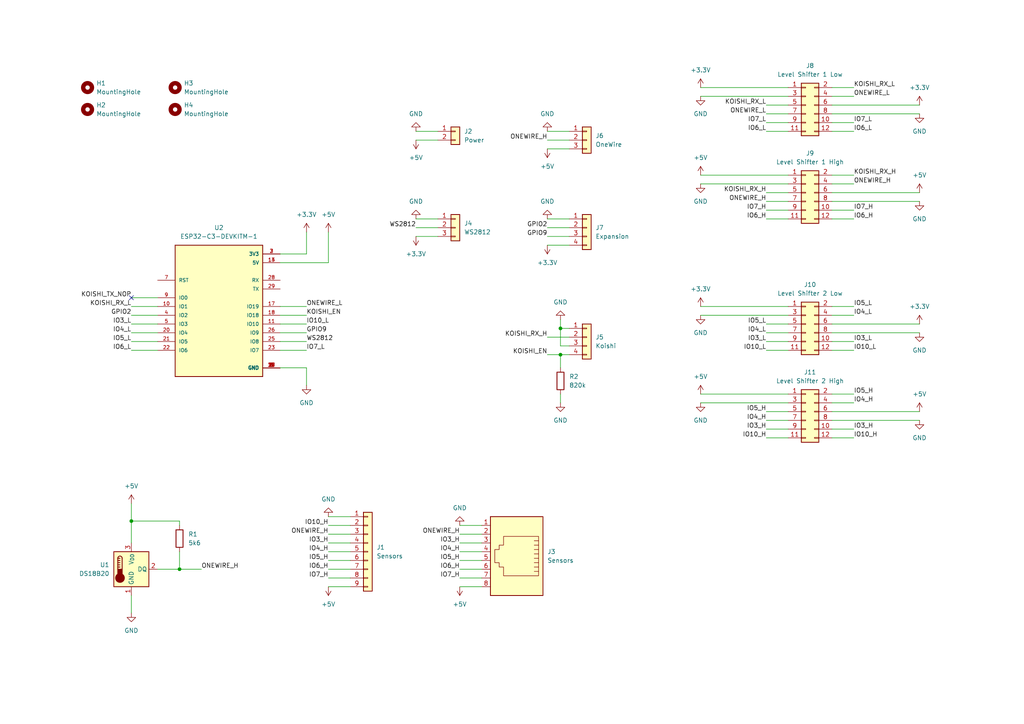
<source format=kicad_sch>
(kicad_sch (version 20230121) (generator eeschema)
  (paper "A4")
  (lib_symbols
    (symbol "Connector:RJ45" (pin_names (offset 1.016))
      (property "Reference" "J" (at -5.08 13.97 0))
      (property "Value" "RJ45" (at 2.54 13.97 0))
      (symbol "RJ45_0_1"
        (polyline (pts (xy -5.08 4.445) (xy -6.35 4.445)))
        (polyline (pts (xy -5.08 5.715) (xy -6.35 5.715)))
        (polyline (pts (xy -6.35 -3.175) (xy -5.08 -3.175) (xy -5.08 -3.175)))
        (polyline (pts (xy -6.35 -1.905) (xy -5.08 -1.905) (xy -5.08 -1.905)))
        (polyline (pts (xy -6.35 -0.635) (xy -5.08 -0.635) (xy -5.08 -0.635)))
        (polyline (pts (xy -6.35 0.635) (xy -5.08 0.635) (xy -5.08 0.635)))
        (polyline (pts (xy -6.35 1.905) (xy -5.08 1.905) (xy -5.08 1.905)))
        (polyline (pts (xy -5.08 3.175) (xy -6.35 3.175) (xy -6.35 3.175)))
        (polyline (pts (xy -6.35 -4.445) (xy -6.35 6.985) (xy 3.81 6.985) (xy 3.81 4.445) (xy 5.08 4.445) (xy 5.08 3.175) (xy 6.35 3.175) (xy 6.35 -0.635) (xy 5.08 -0.635) (xy 5.08 -1.905) (xy 3.81 -1.905) (xy 3.81 -4.445) (xy -6.35 -4.445) (xy -6.35 -4.445)))
        (rectangle (start 7.62 12.7) (end -7.62 -10.16) (stroke (width 0.254)) (fill (type background)))
      )
      (symbol "RJ45_1_1"
        (pin passive line (at 10.16 -7.62 180) (length 2.54) (name "~") (number "1"))
        (pin passive line (at 10.16 -5.08 180) (length 2.54) (name "~") (number "2"))
        (pin passive line (at 10.16 -2.54 180) (length 2.54) (name "~") (number "3"))
        (pin passive line (at 10.16 0 180) (length 2.54) (name "~") (number "4"))
        (pin passive line (at 10.16 2.54 180) (length 2.54) (name "~") (number "5"))
        (pin passive line (at 10.16 5.08 180) (length 2.54) (name "~") (number "6"))
        (pin passive line (at 10.16 7.62 180) (length 2.54) (name "~") (number "7"))
        (pin passive line (at 10.16 10.16 180) (length 2.54) (name "~") (number "8"))
      )
    )
    (symbol "Connector_Generic:Conn_01x02" (pin_names (offset 1.016) hide)
      (property "Reference" "J" (at 0 2.54 0))
      (property "Value" "Conn_01x02" (at 0 -5.08 0))
      (symbol "Conn_01x02_1_1"
        (rectangle (start -1.27 -2.413) (end 0 -2.667) (stroke (width 0.1524)))
        (rectangle (start -1.27 0.127) (end 0 -0.127) (stroke (width 0.1524)))
        (rectangle (start -1.27 1.27) (end 1.27 -3.81) (stroke (width 0.254)) (fill (type background)))
        (pin passive line (at -5.08 0 0) (length 3.81) (name "Pin_1") (number "1"))
        (pin passive line (at -5.08 -2.54 0) (length 3.81) (name "Pin_2") (number "2"))
      )
    )
    (symbol "Connector_Generic:Conn_01x03" (pin_names (offset 1.016) hide)
      (property "Reference" "J" (at 0 5.08 0))
      (property "Value" "Conn_01x03" (at 0 -5.08 0))
      (symbol "Conn_01x03_1_1"
        (rectangle (start -1.27 -2.413) (end 0 -2.667) (stroke (width 0.1524)))
        (rectangle (start -1.27 0.127) (end 0 -0.127) (stroke (width 0.1524)))
        (rectangle (start -1.27 2.667) (end 0 2.413) (stroke (width 0.1524)))
        (rectangle (start -1.27 3.81) (end 1.27 -3.81) (stroke (width 0.254)) (fill (type background)))
        (pin passive line (at -5.08 2.54 0) (length 3.81) (name "Pin_1") (number "1"))
        (pin passive line (at -5.08 0 0) (length 3.81) (name "Pin_2") (number "2"))
        (pin passive line (at -5.08 -2.54 0) (length 3.81) (name "Pin_3") (number "3"))
      )
    )
    (symbol "Connector_Generic:Conn_01x04" (pin_names (offset 1.016) hide)
      (property "Reference" "J" (at 0 5.08 0))
      (property "Value" "Conn_01x04" (at 0 -7.62 0))
      (symbol "Conn_01x04_1_1"
        (rectangle (start -1.27 -4.953) (end 0 -5.207) (stroke (width 0.1524)))
        (rectangle (start -1.27 -2.413) (end 0 -2.667) (stroke (width 0.1524)))
        (rectangle (start -1.27 0.127) (end 0 -0.127) (stroke (width 0.1524)))
        (rectangle (start -1.27 2.667) (end 0 2.413) (stroke (width 0.1524)))
        (rectangle (start -1.27 3.81) (end 1.27 -6.35) (stroke (width 0.254)) (fill (type background)))
        (pin passive line (at -5.08 2.54 0) (length 3.81) (name "Pin_1") (number "1"))
        (pin passive line (at -5.08 0 0) (length 3.81) (name "Pin_2") (number "2"))
        (pin passive line (at -5.08 -2.54 0) (length 3.81) (name "Pin_3") (number "3"))
        (pin passive line (at -5.08 -5.08 0) (length 3.81) (name "Pin_4") (number "4"))
      )
    )
    (symbol "Connector_Generic:Conn_01x09" (pin_names (offset 1.016) hide)
      (property "Reference" "J" (at 0 12.7 0))
      (property "Value" "Conn_01x09" (at 0 -12.7 0))
      (symbol "Conn_01x09_1_1"
        (rectangle (start -1.27 -10.033) (end 0 -10.287) (stroke (width 0.1524)))
        (rectangle (start -1.27 -7.493) (end 0 -7.747) (stroke (width 0.1524)))
        (rectangle (start -1.27 -4.953) (end 0 -5.207) (stroke (width 0.1524)))
        (rectangle (start -1.27 -2.413) (end 0 -2.667) (stroke (width 0.1524)))
        (rectangle (start -1.27 0.127) (end 0 -0.127) (stroke (width 0.1524)))
        (rectangle (start -1.27 2.667) (end 0 2.413) (stroke (width 0.1524)))
        (rectangle (start -1.27 5.207) (end 0 4.953) (stroke (width 0.1524)))
        (rectangle (start -1.27 7.747) (end 0 7.493) (stroke (width 0.1524)))
        (rectangle (start -1.27 10.287) (end 0 10.033) (stroke (width 0.1524)))
        (rectangle (start -1.27 11.43) (end 1.27 -11.43) (stroke (width 0.254)) (fill (type background)))
        (pin passive line (at -5.08 10.16 0) (length 3.81) (name "Pin_1") (number "1"))
        (pin passive line (at -5.08 7.62 0) (length 3.81) (name "Pin_2") (number "2"))
        (pin passive line (at -5.08 5.08 0) (length 3.81) (name "Pin_3") (number "3"))
        (pin passive line (at -5.08 2.54 0) (length 3.81) (name "Pin_4") (number "4"))
        (pin passive line (at -5.08 0 0) (length 3.81) (name "Pin_5") (number "5"))
        (pin passive line (at -5.08 -2.54 0) (length 3.81) (name "Pin_6") (number "6"))
        (pin passive line (at -5.08 -5.08 0) (length 3.81) (name "Pin_7") (number "7"))
        (pin passive line (at -5.08 -7.62 0) (length 3.81) (name "Pin_8") (number "8"))
        (pin passive line (at -5.08 -10.16 0) (length 3.81) (name "Pin_9") (number "9"))
      )
    )
    (symbol "Connector_Generic:Conn_02x06_Odd_Even" (pin_names (offset 1.016) hide)
      (property "Reference" "J" (at 1.27 7.62 0))
      (property "Value" "Conn_02x06_Odd_Even" (at 1.27 -10.16 0))
      (symbol "Conn_02x06_Odd_Even_1_1"
        (rectangle (start -1.27 -7.493) (end 0 -7.747) (stroke (width 0.1524)))
        (rectangle (start -1.27 -4.953) (end 0 -5.207) (stroke (width 0.1524)))
        (rectangle (start -1.27 -2.413) (end 0 -2.667) (stroke (width 0.1524)))
        (rectangle (start -1.27 0.127) (end 0 -0.127) (stroke (width 0.1524)))
        (rectangle (start -1.27 2.667) (end 0 2.413) (stroke (width 0.1524)))
        (rectangle (start -1.27 5.207) (end 0 4.953) (stroke (width 0.1524)))
        (rectangle (start -1.27 6.35) (end 3.81 -8.89) (stroke (width 0.254)) (fill (type background)))
        (rectangle (start 3.81 -7.493) (end 2.54 -7.747) (stroke (width 0.1524)))
        (rectangle (start 3.81 -4.953) (end 2.54 -5.207) (stroke (width 0.1524)))
        (rectangle (start 3.81 -2.413) (end 2.54 -2.667) (stroke (width 0.1524)))
        (rectangle (start 3.81 0.127) (end 2.54 -0.127) (stroke (width 0.1524)))
        (rectangle (start 3.81 2.667) (end 2.54 2.413) (stroke (width 0.1524)))
        (rectangle (start 3.81 5.207) (end 2.54 4.953) (stroke (width 0.1524)))
        (pin passive line (at -5.08 5.08 0) (length 3.81) (name "Pin_1") (number "1"))
        (pin passive line (at 7.62 -5.08 180) (length 3.81) (name "Pin_10") (number "10"))
        (pin passive line (at -5.08 -7.62 0) (length 3.81) (name "Pin_11") (number "11"))
        (pin passive line (at 7.62 -7.62 180) (length 3.81) (name "Pin_12") (number "12"))
        (pin passive line (at 7.62 5.08 180) (length 3.81) (name "Pin_2") (number "2"))
        (pin passive line (at -5.08 2.54 0) (length 3.81) (name "Pin_3") (number "3"))
        (pin passive line (at 7.62 2.54 180) (length 3.81) (name "Pin_4") (number "4"))
        (pin passive line (at -5.08 0 0) (length 3.81) (name "Pin_5") (number "5"))
        (pin passive line (at 7.62 0 180) (length 3.81) (name "Pin_6") (number "6"))
        (pin passive line (at -5.08 -2.54 0) (length 3.81) (name "Pin_7") (number "7"))
        (pin passive line (at 7.62 -2.54 180) (length 3.81) (name "Pin_8") (number "8"))
        (pin passive line (at -5.08 -5.08 0) (length 3.81) (name "Pin_9") (number "9"))
      )
    )
    (symbol "Device:R" (pin_numbers hide) (pin_names (offset 0))
      (property "Reference" "R" (at 2.032 0 90))
      (property "Value" "R" (at 0 0 90))
      (symbol "R_0_1"
        (rectangle (start -1.016 -2.54) (end 1.016 2.54) (stroke (width 0.254)))
      )
      (symbol "R_1_1"
        (pin passive line (at 0 3.81 270) (length 1.27) (name "~") (number "1"))
        (pin passive line (at 0 -3.81 90) (length 1.27) (name "~") (number "2"))
      )
    )
    (symbol "ESP32-C3-DEVKITM-1:ESP32-C3-DEVKITM-1" (pin_names (offset 1.016))
      (property "Reference" "U" (at -12.7 18.669 0))
      (property "Value" "ESP32-C3-DEVKITM-1" (at -12.7 -22.86 0))
      (symbol "ESP32-C3-DEVKITM-1_0_0"
        (rectangle (start -12.7 -20.32) (end 12.7 17.78) (stroke (width 0.254)) (fill (type background)))
        (pin power_in line (at 17.78 -17.78 180) (length 5.08) (name "GND") (number "1"))
        (pin bidirectional line (at -17.78 0 0) (length 5.08) (name "IO1") (number "10"))
        (pin bidirectional line (at 17.78 -5.08 180) (length 5.08) (name "IO10") (number "11"))
        (pin power_in line (at 17.78 -17.78 180) (length 5.08) (name "GND") (number "12"))
        (pin power_in line (at 17.78 12.7 180) (length 5.08) (name "5V") (number "13"))
        (pin power_in line (at 17.78 12.7 180) (length 5.08) (name "5V") (number "14"))
        (pin power_in line (at 17.78 -17.78 180) (length 5.08) (name "GND") (number "15"))
        (pin power_in line (at 17.78 -17.78 180) (length 5.08) (name "GND") (number "16"))
        (pin bidirectional line (at 17.78 0 180) (length 5.08) (name "IO19") (number "17"))
        (pin bidirectional line (at 17.78 -2.54 180) (length 5.08) (name "IO18") (number "18"))
        (pin power_in line (at 17.78 -17.78 180) (length 5.08) (name "GND") (number "19"))
        (pin power_in line (at 17.78 15.24 180) (length 5.08) (name "3V3") (number "2"))
        (pin bidirectional line (at -17.78 -7.62 0) (length 5.08) (name "IO4") (number "20"))
        (pin bidirectional line (at -17.78 -10.16 0) (length 5.08) (name "IO5") (number "21"))
        (pin bidirectional line (at -17.78 -12.7 0) (length 5.08) (name "IO6") (number "22"))
        (pin bidirectional line (at 17.78 -12.7 180) (length 5.08) (name "IO7") (number "23"))
        (pin power_in line (at 17.78 -17.78 180) (length 5.08) (name "GND") (number "24"))
        (pin bidirectional line (at 17.78 -10.16 180) (length 5.08) (name "IO8") (number "25"))
        (pin bidirectional line (at 17.78 -7.62 180) (length 5.08) (name "IO9") (number "26"))
        (pin power_in line (at 17.78 -17.78 180) (length 5.08) (name "GND") (number "27"))
        (pin bidirectional line (at 17.78 7.62 180) (length 5.08) (name "RX") (number "28"))
        (pin bidirectional line (at 17.78 5.08 180) (length 5.08) (name "TX") (number "29"))
        (pin power_in line (at 17.78 15.24 180) (length 5.08) (name "3V3") (number "3"))
        (pin power_in line (at 17.78 -17.78 180) (length 5.08) (name "GND") (number "30"))
        (pin bidirectional line (at -17.78 -2.54 0) (length 5.08) (name "IO2") (number "4"))
        (pin bidirectional line (at -17.78 -5.08 0) (length 5.08) (name "IO3") (number "5"))
        (pin power_in line (at 17.78 -17.78 180) (length 5.08) (name "GND") (number "6"))
        (pin input line (at -17.78 7.62 0) (length 5.08) (name "RST") (number "7"))
        (pin power_in line (at 17.78 -17.78 180) (length 5.08) (name "GND") (number "8"))
        (pin bidirectional line (at -17.78 2.54 0) (length 5.08) (name "IO0") (number "9"))
      )
    )
    (symbol "Mechanical:MountingHole" (pin_names (offset 1.016))
      (property "Reference" "H" (at 0 5.08 0))
      (property "Value" "MountingHole" (at 0 3.175 0))
      (symbol "MountingHole_0_1"
        (circle (center 0 0) (radius 1.27) (stroke (width 1.27)))
      )
    )
    (symbol "Sensor_Temperature:DS18B20"
      (property "Reference" "U" (at -3.81 6.35 0))
      (property "Value" "DS18B20" (at 6.35 6.35 0))
      (symbol "DS18B20_0_1"
        (rectangle (start -5.08 5.08) (end 5.08 -5.08) (stroke (width 0.254)) (fill (type background)))
        (circle (center -3.302 -2.54) (radius 1.27) (stroke (width 0.254)) (fill (type outline)))
        (rectangle (start -2.667 -1.905) (end -3.937 0) (stroke (width 0.254)) (fill (type outline)))
        (arc (start -2.667 3.175) (mid -3.302 3.8073) (end -3.937 3.175) (stroke (width 0.254)))
        (polyline (pts (xy -3.937 0.635) (xy -3.302 0.635)) (stroke (width 0.254)))
        (polyline (pts (xy -3.937 1.27) (xy -3.302 1.27)) (stroke (width 0.254)))
        (polyline (pts (xy -3.937 1.905) (xy -3.302 1.905)) (stroke (width 0.254)))
        (polyline (pts (xy -3.937 2.54) (xy -3.302 2.54)) (stroke (width 0.254)))
        (polyline (pts (xy -3.937 3.175) (xy -3.937 0)) (stroke (width 0.254)))
        (polyline (pts (xy -3.937 3.175) (xy -3.302 3.175)) (stroke (width 0.254)))
        (polyline (pts (xy -2.667 3.175) (xy -2.667 0)) (stroke (width 0.254)))
      )
      (symbol "DS18B20_1_1"
        (pin power_in line (at 0 -7.62 90) (length 2.54) (name "GND") (number "1"))
        (pin bidirectional line (at 7.62 0 180) (length 2.54) (name "DQ") (number "2"))
        (pin power_in line (at 0 7.62 270) (length 2.54) (name "V_{DD}") (number "3"))
      )
    )
    (symbol "power:+3.3V" (power) (pin_names (offset 0))
      (property "Value" "+3.3V" (at 0 3.556 0))
      (symbol "+3.3V_0_1"
        (polyline (pts (xy -0.762 1.27) (xy 0 2.54)))
        (polyline (pts (xy 0 0) (xy 0 2.54)))
        (polyline (pts (xy 0 2.54) (xy 0.762 1.27)))
      )
      (symbol "+3.3V_1_1"
        (pin power_in line (at 0 0 90) (length 0) hide (name "+3.3V") (number "1"))
      )
    )
    (symbol "power:+5V" (power) (pin_names (offset 0))
      (property "Value" "+5V" (at 0 3.556 0))
      (symbol "+5V_0_1"
        (polyline (pts (xy -0.762 1.27) (xy 0 2.54)))
        (polyline (pts (xy 0 0) (xy 0 2.54)))
        (polyline (pts (xy 0 2.54) (xy 0.762 1.27)))
      )
      (symbol "+5V_1_1"
        (pin power_in line (at 0 0 90) (length 0) hide (name "+5V") (number "1"))
      )
    )
    (symbol "power:GND" (power) (pin_names (offset 0))
      (property "Value" "GND" (at 0 -3.81 0))
      (symbol "GND_0_1"
        (polyline (pts (xy 0 0) (xy 0 -1.27) (xy 1.27 -1.27) (xy 0 -2.54) (xy -1.27 -1.27) (xy 0 -1.27)))
      )
      (symbol "GND_1_1"
        (pin power_in line (at 0 0 270) (length 0) hide (name "GND") (number "1"))
      )
    )
  )
  (junction (at 38.1 151.13))
  (junction (at 162.56 102.87))
  (junction (at 162.56 95.25))
  (junction (at 52.07 165.1))
  (no_connect (at 38.1 86.36))
  (wire (pts (xy 88.9 106.68) (xy 88.9 111.76)))
  (wire (pts (xy 165.1 95.25) (xy 162.56 95.25)))
  (wire (pts (xy 222.25 38.1) (xy 228.6 38.1)))
  (wire (pts (xy 222.25 35.56) (xy 228.6 35.56)))
  (wire (pts (xy 222.25 30.48) (xy 228.6 30.48)))
  (wire (pts (xy 241.3 124.46) (xy 247.65 124.46)))
  (wire (pts (xy 38.1 86.36) (xy 45.72 86.36)))
  (wire (pts (xy 241.3 96.52) (xy 266.7 96.52)))
  (wire (pts (xy 241.3 91.44) (xy 247.65 91.44)))
  (wire (pts (xy 81.28 88.9) (xy 88.9 88.9)))
  (wire (pts (xy 203.2 116.84) (xy 228.6 116.84)))
  (wire (pts (xy 95.25 157.48) (xy 101.6 157.48)))
  (wire (pts (xy 241.3 114.3) (xy 247.65 114.3)))
  (wire (pts (xy 95.25 165.1) (xy 101.6 165.1)))
  (wire (pts (xy 241.3 30.48) (xy 266.7 30.48)))
  (wire (pts (xy 120.65 40.64) (xy 127 40.64)))
  (wire (pts (xy 241.3 93.98) (xy 266.7 93.98)))
  (wire (pts (xy 95.25 152.4) (xy 101.6 152.4)))
  (wire (pts (xy 222.25 55.88) (xy 228.6 55.88)))
  (wire (pts (xy 222.25 121.92) (xy 228.6 121.92)))
  (wire (pts (xy 241.3 58.42) (xy 266.7 58.42)))
  (wire (pts (xy 133.35 154.94) (xy 139.7 154.94)))
  (wire (pts (xy 162.56 102.87) (xy 162.56 106.68)))
  (wire (pts (xy 241.3 119.38) (xy 266.7 119.38)))
  (wire (pts (xy 203.2 25.4) (xy 228.6 25.4)))
  (wire (pts (xy 222.25 99.06) (xy 228.6 99.06)))
  (wire (pts (xy 38.1 99.06) (xy 45.72 99.06)))
  (wire (pts (xy 222.25 101.6) (xy 228.6 101.6)))
  (wire (pts (xy 52.07 151.13) (xy 52.07 152.4)))
  (wire (pts (xy 133.35 170.18) (xy 139.7 170.18)))
  (wire (pts (xy 133.35 162.56) (xy 139.7 162.56)))
  (wire (pts (xy 81.28 101.6) (xy 88.9 101.6)))
  (wire (pts (xy 95.25 162.56) (xy 101.6 162.56)))
  (wire (pts (xy 38.1 101.6) (xy 45.72 101.6)))
  (wire (pts (xy 38.1 91.44) (xy 45.72 91.44)))
  (wire (pts (xy 95.25 154.94) (xy 101.6 154.94)))
  (wire (pts (xy 241.3 60.96) (xy 247.65 60.96)))
  (wire (pts (xy 81.28 106.68) (xy 88.9 106.68)))
  (wire (pts (xy 162.56 92.71) (xy 162.56 95.25)))
  (wire (pts (xy 120.65 66.04) (xy 127 66.04)))
  (wire (pts (xy 52.07 165.1) (xy 58.42 165.1)))
  (wire (pts (xy 158.75 68.58) (xy 165.1 68.58)))
  (wire (pts (xy 241.3 35.56) (xy 247.65 35.56)))
  (wire (pts (xy 203.2 53.34) (xy 228.6 53.34)))
  (wire (pts (xy 241.3 101.6) (xy 247.65 101.6)))
  (wire (pts (xy 38.1 151.13) (xy 52.07 151.13)))
  (wire (pts (xy 241.3 116.84) (xy 247.65 116.84)))
  (wire (pts (xy 38.1 96.52) (xy 45.72 96.52)))
  (wire (pts (xy 241.3 50.8) (xy 247.65 50.8)))
  (wire (pts (xy 241.3 55.88) (xy 266.7 55.88)))
  (wire (pts (xy 158.75 71.12) (xy 165.1 71.12)))
  (wire (pts (xy 203.2 50.8) (xy 228.6 50.8)))
  (wire (pts (xy 88.9 73.66) (xy 88.9 67.31)))
  (wire (pts (xy 222.25 127) (xy 228.6 127)))
  (wire (pts (xy 222.25 63.5) (xy 228.6 63.5)))
  (wire (pts (xy 158.75 102.87) (xy 162.56 102.87)))
  (wire (pts (xy 203.2 27.94) (xy 228.6 27.94)))
  (wire (pts (xy 222.25 33.02) (xy 228.6 33.02)))
  (wire (pts (xy 162.56 102.87) (xy 165.1 102.87)))
  (wire (pts (xy 158.75 38.1) (xy 165.1 38.1)))
  (wire (pts (xy 81.28 99.06) (xy 88.9 99.06)))
  (wire (pts (xy 222.25 93.98) (xy 228.6 93.98)))
  (wire (pts (xy 95.25 167.64) (xy 101.6 167.64)))
  (wire (pts (xy 222.25 60.96) (xy 228.6 60.96)))
  (wire (pts (xy 241.3 33.02) (xy 266.7 33.02)))
  (wire (pts (xy 158.75 63.5) (xy 165.1 63.5)))
  (wire (pts (xy 38.1 88.9) (xy 45.72 88.9)))
  (wire (pts (xy 38.1 146.05) (xy 38.1 151.13)))
  (wire (pts (xy 133.35 165.1) (xy 139.7 165.1)))
  (wire (pts (xy 133.35 157.48) (xy 139.7 157.48)))
  (wire (pts (xy 222.25 58.42) (xy 228.6 58.42)))
  (wire (pts (xy 95.25 76.2) (xy 95.25 67.31)))
  (wire (pts (xy 81.28 96.52) (xy 88.9 96.52)))
  (wire (pts (xy 241.3 99.06) (xy 247.65 99.06)))
  (wire (pts (xy 222.25 124.46) (xy 228.6 124.46)))
  (wire (pts (xy 45.72 165.1) (xy 52.07 165.1)))
  (wire (pts (xy 81.28 73.66) (xy 88.9 73.66)))
  (wire (pts (xy 81.28 76.2) (xy 95.25 76.2)))
  (wire (pts (xy 203.2 114.3) (xy 228.6 114.3)))
  (wire (pts (xy 203.2 91.44) (xy 228.6 91.44)))
  (wire (pts (xy 222.25 119.38) (xy 228.6 119.38)))
  (wire (pts (xy 241.3 53.34) (xy 247.65 53.34)))
  (wire (pts (xy 162.56 95.25) (xy 162.56 100.33)))
  (wire (pts (xy 38.1 151.13) (xy 38.1 157.48)))
  (wire (pts (xy 81.28 93.98) (xy 88.9 93.98)))
  (wire (pts (xy 158.75 40.64) (xy 165.1 40.64)))
  (wire (pts (xy 222.25 96.52) (xy 228.6 96.52)))
  (wire (pts (xy 127 38.1) (xy 120.65 38.1)))
  (wire (pts (xy 158.75 66.04) (xy 165.1 66.04)))
  (wire (pts (xy 133.35 152.4) (xy 139.7 152.4)))
  (wire (pts (xy 241.3 127) (xy 247.65 127)))
  (wire (pts (xy 158.75 43.18) (xy 165.1 43.18)))
  (wire (pts (xy 241.3 88.9) (xy 247.65 88.9)))
  (wire (pts (xy 133.35 160.02) (xy 139.7 160.02)))
  (wire (pts (xy 162.56 114.3) (xy 162.56 116.84)))
  (wire (pts (xy 38.1 93.98) (xy 45.72 93.98)))
  (wire (pts (xy 52.07 160.02) (xy 52.07 165.1)))
  (wire (pts (xy 247.65 38.1) (xy 241.3 38.1)))
  (wire (pts (xy 241.3 121.92) (xy 266.7 121.92)))
  (wire (pts (xy 133.35 167.64) (xy 139.7 167.64)))
  (wire (pts (xy 120.65 63.5) (xy 127 63.5)))
  (wire (pts (xy 158.75 97.79) (xy 165.1 97.79)))
  (wire (pts (xy 203.2 88.9) (xy 228.6 88.9)))
  (wire (pts (xy 38.1 172.72) (xy 38.1 177.8)))
  (wire (pts (xy 95.25 149.86) (xy 101.6 149.86)))
  (wire (pts (xy 241.3 63.5) (xy 247.65 63.5)))
  (wire (pts (xy 95.25 160.02) (xy 101.6 160.02)))
  (wire (pts (xy 241.3 25.4) (xy 247.65 25.4)))
  (wire (pts (xy 120.65 68.58) (xy 127 68.58)))
  (wire (pts (xy 81.28 91.44) (xy 88.9 91.44)))
  (wire (pts (xy 162.56 100.33) (xy 165.1 100.33)))
  (wire (pts (xy 241.3 27.94) (xy 247.65 27.94)))
  (wire (pts (xy 95.25 170.18) (xy 101.6 170.18)))
  (label "IO3_L" (at 38.1 93.98 180))
  (label "KOISHI_RX_L" (at 222.25 30.48 180))
  (label "KOISHI_RX_H" (at 222.25 55.88 180))
  (label "IO10_L" (at 222.25 101.6 180))
  (label "IO3_H" (at 247.65 124.46 0))
  (label "ONEWIRE_L" (at 222.25 33.02 180))
  (label "IO5_L" (at 247.65 88.9 0))
  (label "ONEWIRE_H" (at 247.65 53.34 0))
  (label "IO10_L" (at 247.65 101.6 0))
  (label "IO7_H" (at 222.25 60.96 180))
  (label "ONEWIRE_H" (at 95.25 154.94 180))
  (label "IO10_L" (at 88.9 93.98 0))
  (label "ONEWIRE_L" (at 88.9 88.9 0))
  (label "IO5_H" (at 222.25 119.38 180))
  (label "IO6_H" (at 95.25 165.1 180))
  (label "IO4_H" (at 247.65 116.84 0))
  (label "IO5_H" (at 247.65 114.3 0))
  (label "GPIO9" (at 88.9 96.52 0))
  (label "IO4_H" (at 95.25 160.02 180))
  (label "ONEWIRE_H" (at 158.75 40.64 180))
  (label "IO6_H" (at 247.65 63.5 0))
  (label "WS2812" (at 88.9 99.06 0))
  (label "IO7_L" (at 247.65 35.56 0))
  (label "KOISHI_RX_L" (at 247.65 25.4 0))
  (label "KOISHI_TX_NOP" (at 38.1 86.36 180))
  (label "ONEWIRE_H" (at 222.25 58.42 180))
  (label "IO4_L" (at 38.1 96.52 180))
  (label "KOISHI_RX_H" (at 158.75 97.79 180))
  (label "GPIO2" (at 38.1 91.44 180))
  (label "KOISHI_EN" (at 88.9 91.44 0))
  (label "IO4_H" (at 133.35 160.02 180))
  (label "IO4_L" (at 222.25 96.52 180))
  (label "WS2812" (at 120.65 66.04 180))
  (label "GPIO2" (at 158.75 66.04 180))
  (label "IO6_L" (at 247.65 38.1 0))
  (label "IO4_L" (at 247.65 91.44 0))
  (label "IO5_H" (at 95.25 162.56 180))
  (label "IO7_H" (at 95.25 167.64 180))
  (label "IO6_H" (at 222.25 63.5 180))
  (label "IO7_H" (at 133.35 167.64 180))
  (label "IO3_L" (at 247.65 99.06 0))
  (label "KOISHI_EN" (at 158.75 102.87 180))
  (label "KOISHI_RX_H" (at 247.65 50.8 0))
  (label "KOISHI_RX_L" (at 38.1 88.9 180))
  (label "ONEWIRE_H" (at 58.42 165.1 0))
  (label "ONEWIRE_L" (at 247.65 27.94 0))
  (label "IO6_L" (at 38.1 101.6 180))
  (label "IO6_H" (at 133.35 165.1 180))
  (label "IO5_L" (at 38.1 99.06 180))
  (label "IO7_L" (at 88.9 101.6 0))
  (label "IO10_H" (at 95.25 152.4 180))
  (label "IO6_L" (at 222.25 38.1 180))
  (label "IO10_H" (at 247.65 127 0))
  (label "IO7_L" (at 222.25 35.56 180))
  (label "IO5_H" (at 133.35 162.56 180))
  (label "IO7_H" (at 247.65 60.96 0))
  (label "IO3_L" (at 222.25 99.06 180))
  (label "IO3_H" (at 95.25 157.48 180))
  (label "IO10_H" (at 222.25 127 180))
  (label "IO3_H" (at 133.35 157.48 180))
  (label "ONEWIRE_H" (at 133.35 154.94 180))
  (label "IO5_L" (at 222.25 93.98 180))
  (label "IO3_H" (at 222.25 124.46 180))
  (label "GPIO9" (at 158.75 68.58 180))
  (label "IO4_H" (at 222.25 121.92 180))
  (symbol (lib_id "power:GND") (at 95.25 149.86 180) (unit 1)
    (property "Reference" "#PWR031" (effects hide))
    (property "Value" "GND" (at 95.25 144.78 0))
  )
  (symbol (lib_id "Connector_Generic:Conn_01x04") (at 170.18 66.04 0) (unit 1)
    (property "Reference" "J7" (at 172.72 66.04 0) (effects (justify left)))
    (property "Value" "Expansion" (at 172.72 68.58 0) (effects (justify left)))
    (property "Footprint" "Connector_PinHeader_2.54mm:PinHeader_1x04_P2.54mm_Vertical" (effects hide))
  )
  (symbol (lib_id "power:+3.3V") (at 266.7 93.98 0) (unit 1)
    (property "Reference" "#PWR019" (effects hide))
    (property "Value" "+3.3V" (at 266.7 88.9 0))
  )
  (symbol (lib_id "Mechanical:MountingHole") (at 50.8 31.75 0) (unit 1)
    (property "Reference" "H4" (at 53.34 30.48 0) (effects (justify left)))
    (property "Value" "MountingHole" (at 53.34 33.02 0) (effects (justify left)))
    (property "Footprint" "MountingHole:MountingHole_3.2mm_M3" (effects hide))
  )
  (symbol (lib_id "Connector:RJ45") (at 149.86 160.02 180) (unit 1)
    (property "Reference" "J3" (at 158.75 160.02 0) (effects (justify right)))
    (property "Value" "Sensors" (at 158.75 162.56 0) (effects (justify right)))
    (property "Footprint" "Connector_RJ:RJ45_Amphenol_54602-x08_Horizontal" (effects hide))
  )
  (symbol (lib_id "power:GND") (at 158.75 38.1 180) (unit 1)
    (property "Reference" "#PWR010" (effects hide))
    (property "Value" "GND" (at 158.75 33.02 0))
  )
  (symbol (lib_id "ESP32-C3-DEVKITM-1:ESP32-C3-DEVKITM-1") (at 63.5 88.9 0) (unit 1)
    (property "Reference" "U2" (at 63.5 66.04 0))
    (property "Value" "ESP32-C3-DEVKITM-1" (at 63.5 68.58 0))
    (property "Footprint" "ESP32-C3-DEVKITM-1:XCVR_ESP32-C3-DEVKITM-1" (effects hide))
  )
  (symbol (lib_id "power:+5V") (at 38.1 146.05 0) (unit 1)
    (property "Reference" "#PWR01" (effects hide))
    (property "Value" "+5V" (at 38.1 140.97 0))
  )
  (symbol (lib_id "Mechanical:MountingHole") (at 50.8 25.4 0) (unit 1)
    (property "Reference" "H3" (at 53.34 24.13 0) (effects (justify left)))
    (property "Value" "MountingHole" (at 53.34 26.67 0) (effects (justify left)))
    (property "Footprint" "MountingHole:MountingHole_3.2mm_M3" (effects hide))
  )
  (symbol (lib_id "power:+5V") (at 266.7 119.38 0) (unit 1)
    (property "Reference" "#PWR029" (effects hide))
    (property "Value" "+5V" (at 266.7 114.3 0))
  )
  (symbol (lib_id "power:+5V") (at 120.65 40.64 180) (unit 1)
    (property "Reference" "#PWR03" (effects hide))
    (property "Value" "+5V" (at 120.65 45.72 0))
  )
  (symbol (lib_id "power:+3.3V") (at 203.2 88.9 0) (unit 1)
    (property "Reference" "#PWR015" (effects hide))
    (property "Value" "+3.3V" (at 203.2 83.82 0))
  )
  (symbol (lib_id "power:GND") (at 120.65 38.1 180) (unit 1)
    (property "Reference" "#PWR07" (effects hide))
    (property "Value" "GND" (at 120.65 33.02 0))
  )
  (symbol (lib_id "Mechanical:MountingHole") (at 25.4 31.75 0) (unit 1)
    (property "Reference" "H2" (at 27.94 30.48 0) (effects (justify left)))
    (property "Value" "MountingHole" (at 27.94 33.02 0) (effects (justify left)))
    (property "Footprint" "MountingHole:MountingHole_3.2mm_M3" (effects hide))
  )
  (symbol (lib_id "Connector_Generic:Conn_02x06_Odd_Even") (at 233.68 55.88 0) (unit 1)
    (property "Reference" "J9" (at 234.95 44.45 0))
    (property "Value" "Level Shifter 1 High" (at 234.95 46.99 0))
    (property "Footprint" "Connector_PinSocket_2.54mm:PinSocket_2x06_P2.54mm_Vertical" (effects hide))
  )
  (symbol (lib_id "power:+3.3V") (at 158.75 71.12 180) (unit 1)
    (property "Reference" "#PWR013" (effects hide))
    (property "Value" "+3.3V" (at 158.75 76.2 0))
  )
  (symbol (lib_id "Connector_Generic:Conn_01x02") (at 132.08 38.1 0) (unit 1)
    (property "Reference" "J2" (at 134.62 38.1 0) (effects (justify left)))
    (property "Value" "Power" (at 134.62 40.64 0) (effects (justify left)))
    (property "Footprint" "Connector_PinHeader_2.54mm:PinHeader_1x02_P2.54mm_Vertical" (effects hide))
  )
  (symbol (lib_id "power:+3.3V") (at 120.65 68.58 180) (unit 1)
    (property "Reference" "#PWR09" (effects hide))
    (property "Value" "+3.3V" (at 120.65 73.66 0))
  )
  (symbol (lib_id "power:+5V") (at 95.25 67.31 0) (unit 1)
    (property "Reference" "#PWR06" (effects hide))
    (property "Value" "+5V" (at 95.25 62.23 0))
  )
  (symbol (lib_id "power:GND") (at 203.2 53.34 0) (unit 1)
    (property "Reference" "#PWR018" (effects hide))
    (property "Value" "GND" (at 203.2 58.42 0))
  )
  (symbol (lib_id "Mechanical:MountingHole") (at 25.4 25.4 0) (unit 1)
    (property "Reference" "H1" (at 27.94 24.13 0) (effects (justify left)))
    (property "Value" "MountingHole" (at 27.94 26.67 0) (effects (justify left)))
    (property "Footprint" "MountingHole:MountingHole_3.2mm_M3" (effects hide))
  )
  (symbol (lib_id "power:GND") (at 203.2 27.94 0) (unit 1)
    (property "Reference" "#PWR016" (effects hide))
    (property "Value" "GND" (at 203.2 33.02 0))
  )
  (symbol (lib_id "power:GND") (at 266.7 33.02 0) (unit 1)
    (property "Reference" "#PWR024" (effects hide))
    (property "Value" "GND" (at 266.7 38.1 0))
  )
  (symbol (lib_id "power:+5V") (at 133.35 170.18 180) (unit 1)
    (property "Reference" "#PWR033" (effects hide))
    (property "Value" "+5V" (at 133.35 175.26 0))
  )
  (symbol (lib_id "power:GND") (at 203.2 91.44 0) (unit 1)
    (property "Reference" "#PWR020" (effects hide))
    (property "Value" "GND" (at 203.2 96.52 0))
  )
  (symbol (lib_id "Device:R") (at 162.56 110.49 0) (unit 1)
    (property "Reference" "R2" (at 165.1 109.22 0) (effects (justify left)))
    (property "Value" "820k" (at 165.1 111.76 0) (effects (justify left)))
    (property "Footprint" "Resistor_THT:R_Axial_DIN0207_L6.3mm_D2.5mm_P7.62mm_Horizontal" (effects hide))
  )
  (symbol (lib_id "power:+5V") (at 266.7 55.88 0) (unit 1)
    (property "Reference" "#PWR025" (effects hide))
    (property "Value" "+5V" (at 266.7 50.8 0))
  )
  (symbol (lib_id "power:GND") (at 266.7 58.42 0) (unit 1)
    (property "Reference" "#PWR026" (effects hide))
    (property "Value" "GND" (at 266.7 63.5 0))
  )
  (symbol (lib_id "Connector_Generic:Conn_01x09") (at 106.68 160.02 0) (unit 1)
    (property "Reference" "J1" (at 109.22 158.75 0) (effects (justify left)))
    (property "Value" "Sensors" (at 109.22 161.29 0) (effects (justify left)))
    (property "Footprint" "Connector_PinHeader_2.54mm:PinHeader_1x09_P2.54mm_Vertical" (effects hide))
  )
  (symbol (lib_id "power:+5V") (at 158.75 43.18 180) (unit 1)
    (property "Reference" "#PWR011" (effects hide))
    (property "Value" "+5V" (at 158.75 48.26 0))
  )
  (symbol (lib_id "Connector_Generic:Conn_01x04") (at 170.18 97.79 0) (unit 1)
    (property "Reference" "J5" (at 172.72 97.79 0) (effects (justify left)))
    (property "Value" "Koishi" (at 172.72 100.33 0) (effects (justify left)))
    (property "Footprint" "Connector_PinHeader_2.54mm:PinHeader_1x04_P2.54mm_Vertical" (effects hide))
  )
  (symbol (lib_id "power:+5V") (at 203.2 114.3 0) (unit 1)
    (property "Reference" "#PWR021" (effects hide))
    (property "Value" "+5V" (at 203.2 109.22 0))
  )
  (symbol (lib_id "Connector_Generic:Conn_02x06_Odd_Even") (at 233.68 119.38 0) (unit 1)
    (property "Reference" "J11" (at 234.95 107.95 0))
    (property "Value" "Level Shifter 2 High" (at 234.95 110.49 0))
    (property "Footprint" "Connector_PinSocket_2.54mm:PinSocket_2x06_P2.54mm_Vertical" (effects hide))
  )
  (symbol (lib_id "power:GND") (at 266.7 96.52 0) (unit 1)
    (property "Reference" "#PWR028" (effects hide))
    (property "Value" "GND" (at 266.7 101.6 0))
  )
  (symbol (lib_id "power:GND") (at 158.75 63.5 180) (unit 1)
    (property "Reference" "#PWR012" (effects hide))
    (property "Value" "GND" (at 158.75 58.42 0))
  )
  (symbol (lib_id "power:GND") (at 266.7 121.92 0) (unit 1)
    (property "Reference" "#PWR030" (effects hide))
    (property "Value" "GND" (at 266.7 127 0))
  )
  (symbol (lib_id "power:GND") (at 203.2 116.84 0) (unit 1)
    (property "Reference" "#PWR022" (effects hide))
    (property "Value" "GND" (at 203.2 121.92 0))
  )
  (symbol (lib_id "power:GND") (at 133.35 152.4 180) (unit 1)
    (property "Reference" "#PWR032" (effects hide))
    (property "Value" "GND" (at 133.35 147.32 0))
  )
  (symbol (lib_id "Connector_Generic:Conn_02x06_Odd_Even") (at 233.68 30.48 0) (unit 1)
    (property "Reference" "J8" (at 234.95 19.05 0))
    (property "Value" "Level Shifter 1 Low" (at 234.95 21.59 0))
    (property "Footprint" "Connector_PinSocket_2.54mm:PinSocket_2x06_P2.54mm_Vertical" (effects hide))
  )
  (symbol (lib_id "power:+5V") (at 95.25 170.18 180) (unit 1)
    (property "Reference" "#PWR034" (effects hide))
    (property "Value" "+5V" (at 95.25 175.26 0))
  )
  (symbol (lib_id "power:+5V") (at 203.2 50.8 0) (unit 1)
    (property "Reference" "#PWR017" (effects hide))
    (property "Value" "+5V" (at 203.2 45.72 0))
  )
  (symbol (lib_id "Device:R") (at 52.07 156.21 180) (unit 1)
    (property "Reference" "R1" (at 54.61 154.94 0) (effects (justify right)))
    (property "Value" "5k6" (at 54.61 157.48 0) (effects (justify right)))
    (property "Footprint" "Resistor_THT:R_Axial_DIN0207_L6.3mm_D2.5mm_P7.62mm_Horizontal" (effects hide))
  )
  (symbol (lib_id "Connector_Generic:Conn_01x03") (at 132.08 66.04 0) (unit 1)
    (property "Reference" "J4" (at 134.62 64.77 0) (effects (justify left)))
    (property "Value" "WS2812" (at 134.62 67.31 0) (effects (justify left)))
    (property "Footprint" "Connector_PinHeader_2.54mm:PinHeader_1x03_P2.54mm_Vertical" (effects hide))
  )
  (symbol (lib_id "power:GND") (at 38.1 177.8 0) (unit 1)
    (property "Reference" "#PWR02" (effects hide))
    (property "Value" "GND" (at 38.1 182.88 0))
  )
  (symbol (lib_id "power:+3.3V") (at 88.9 67.31 0) (unit 1)
    (property "Reference" "#PWR04" (effects hide))
    (property "Value" "+3.3V" (at 88.9 62.23 0))
  )
  (symbol (lib_id "power:GND") (at 162.56 116.84 0) (unit 1)
    (property "Reference" "#PWR023" (effects hide))
    (property "Value" "GND" (at 162.56 121.92 0))
  )
  (symbol (lib_id "Connector_Generic:Conn_02x06_Odd_Even") (at 233.68 93.98 0) (unit 1)
    (property "Reference" "J10" (at 234.95 82.55 0))
    (property "Value" "Level Shifter 2 Low" (at 234.95 85.09 0))
    (property "Footprint" "Connector_PinSocket_2.54mm:PinSocket_2x06_P2.54mm_Vertical" (effects hide))
  )
  (symbol (lib_id "power:GND") (at 162.56 92.71 180) (unit 1)
    (property "Reference" "#PWR014" (effects hide))
    (property "Value" "GND" (at 162.56 87.63 0))
  )
  (symbol (lib_id "power:+3.3V") (at 203.2 25.4 0) (unit 1)
    (property "Reference" "#PWR036" (effects hide))
    (property "Value" "+3.3V" (at 203.2 20.32 0))
  )
  (symbol (lib_id "power:GND") (at 88.9 111.76 0) (unit 1)
    (property "Reference" "#PWR05" (effects hide))
    (property "Value" "GND" (at 88.9 116.84 0))
  )
  (symbol (lib_id "Connector_Generic:Conn_01x03") (at 170.18 40.64 0) (unit 1)
    (property "Reference" "J6" (at 172.72 39.37 0) (effects (justify left)))
    (property "Value" "OneWire" (at 172.72 41.91 0) (effects (justify left)))
    (property "Footprint" "Connector_PinHeader_2.54mm:PinHeader_1x03_P2.54mm_Vertical" (effects hide))
  )
  (symbol (lib_id "power:+3.3V") (at 266.7 30.48 0) (unit 1)
    (property "Reference" "#PWR035" (effects hide))
    (property "Value" "+3.3V" (at 266.7 25.4 0))
  )
  (symbol (lib_id "power:GND") (at 120.65 63.5 180) (unit 1)
    (property "Reference" "#PWR08" (effects hide))
    (property "Value" "GND" (at 120.65 58.42 0))
  )
  (symbol (lib_id "Sensor_Temperature:DS18B20") (at 38.1 165.1 0) (unit 1)
    (property "Reference" "U1" (at 31.75 163.83 0) (effects (justify right)))
    (property "Value" "DS18B20" (at 31.75 166.37 0) (effects (justify right)))
    (property "Footprint" "Package_TO_SOT_THT:TO-92_Inline" (effects hide))
    (property "Datasheet" "http://datasheets.maximintegrated.com/en/ds/DS18B20.pdf" (effects hide))
  )
)
</source>
